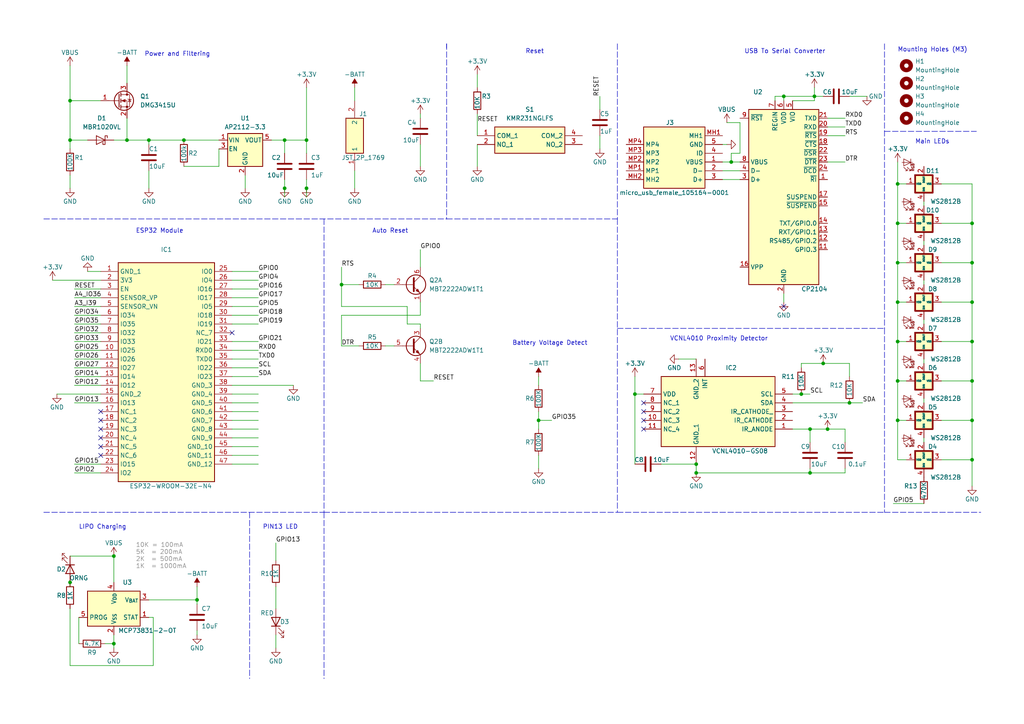
<source format=kicad_sch>
(kicad_sch (version 20230121) (generator eeschema)
  (paper "A4")
  (lib_symbols
    (symbol "1769:1769"
      (property "Reference" "J" (at 16.51 7.62 0))
      (property "Value" "1769" (at 16.51 5.08 0))
      (symbol "1769_1_1"
        (pin passive line (at 0 0 0) (length 5.08) (name "1") (number "1"))
        (pin passive line (at 20.32 0 180) (length 5.08) (name "2") (number "2"))
      )
    )
    (symbol "Battery_Management:MCP73831-2-OT"
      (property "Reference" "U" (at -7.62 6.35 0))
      (property "Value" "MCP73831-2-OT" (at 1.27 6.35 0))
      (symbol "MCP73831-2-OT_1_1"
        (pin output line (at 10.16 -2.54 180) (length 2.54) (name "STAT") (number "1"))
        (pin power_in line (at 0 -7.62 90) (length 2.54) (name "V_{SS}") (number "2"))
        (pin power_out line (at 10.16 2.54 180) (length 2.54) (name "V_{BAT}") (number "3"))
        (pin power_in line (at 0 7.62 270) (length 2.54) (name "V_{DD}") (number "4"))
        (pin input line (at -10.16 -2.54 0) (length 2.54) (name "PROG") (number "5"))
      )
    )
    (symbol "Device:C" (pin_numbers hide) (pin_names (offset 0.254))
      (property "Reference" "C" (at 0.635 2.54 0))
      (property "Value" "C" (at 0.635 -2.54 0))
      (symbol "C_1_1"
        (pin passive line (at 0 3.81 270) (length 2.794) (name "~") (number "1"))
        (pin passive line (at 0 -3.81 90) (length 2.794) (name "~") (number "2"))
      )
    )
    (symbol "Device:LED" (pin_numbers hide) (pin_names (offset 1.016) hide)
      (property "Reference" "D" (at 0 2.54 0))
      (property "Value" "LED" (at 0 -2.54 0))
      (symbol "LED_1_1"
        (pin passive line (at -3.81 0 0) (length 2.54) (name "K") (number "1"))
        (pin passive line (at 3.81 0 180) (length 2.54) (name "A") (number "2"))
      )
    )
    (symbol "Device:R" (pin_numbers hide) (pin_names (offset 0))
      (property "Reference" "R" (at 2.032 0 90))
      (property "Value" "R" (at 0 0 90))
      (symbol "R_1_1"
        (pin passive line (at 0 3.81 270) (length 1.27) (name "~") (number "1"))
        (pin passive line (at 0 -3.81 90) (length 1.27) (name "~") (number "2"))
      )
    )
    (symbol "Diode:MBR1020VL" (pin_numbers hide) (pin_names hide)
      (property "Reference" "D" (at 0 2.54 0))
      (property "Value" "MBR1020VL" (at 0 -2.54 0))
      (symbol "MBR1020VL_1_1"
        (pin passive line (at -3.81 0 0) (length 2.54) (name "K") (number "1"))
        (pin passive line (at 3.81 0 180) (length 2.54) (name "A") (number "2"))
      )
    )
    (symbol "ESP32-WROOM-32E-N4:ESP32-WROOM-32E-N4"
      (property "Reference" "IC" (at 34.29 7.62 0))
      (property "Value" "ESP32-WROOM-32E-N4" (at 34.29 5.08 0))
      (symbol "ESP32-WROOM-32E-N4_1_1"
        (pin passive line (at 0 0 0) (length 5.08) (name "GND_1") (number "1"))
        (pin passive line (at 0 -22.86 0) (length 5.08) (name "IO25") (number "10"))
        (pin passive line (at 0 -25.4 0) (length 5.08) (name "IO26") (number "11"))
        (pin passive line (at 0 -27.94 0) (length 5.08) (name "IO27") (number "12"))
        (pin passive line (at 0 -30.48 0) (length 5.08) (name "IO14") (number "13"))
        (pin passive line (at 0 -33.02 0) (length 5.08) (name "IO12") (number "14"))
        (pin passive line (at 0 -35.56 0) (length 5.08) (name "GND_2") (number "15"))
        (pin passive line (at 0 -38.1 0) (length 5.08) (name "IO13") (number "16"))
        (pin passive line (at 0 -40.64 0) (length 5.08) (name "NC_1") (number "17"))
        (pin passive line (at 0 -43.18 0) (length 5.08) (name "NC_2") (number "18"))
        (pin passive line (at 0 -45.72 0) (length 5.08) (name "NC_3") (number "19"))
        (pin passive line (at 0 -2.54 0) (length 5.08) (name "3V3") (number "2"))
        (pin passive line (at 0 -48.26 0) (length 5.08) (name "NC_4") (number "20"))
        (pin passive line (at 0 -50.8 0) (length 5.08) (name "NC_5") (number "21"))
        (pin passive line (at 0 -53.34 0) (length 5.08) (name "NC_6") (number "22"))
        (pin passive line (at 0 -55.88 0) (length 5.08) (name "IO15") (number "23"))
        (pin passive line (at 0 -58.42 0) (length 5.08) (name "IO2") (number "24"))
        (pin passive line (at 38.1 0 180) (length 5.08) (name "IO0") (number "25"))
        (pin passive line (at 38.1 -2.54 180) (length 5.08) (name "IO4") (number "26"))
        (pin passive line (at 38.1 -5.08 180) (length 5.08) (name "IO16") (number "27"))
        (pin passive line (at 38.1 -7.62 180) (length 5.08) (name "IO17") (number "28"))
        (pin passive line (at 38.1 -10.16 180) (length 5.08) (name "IO5") (number "29"))
        (pin passive line (at 0 -5.08 0) (length 5.08) (name "EN") (number "3"))
        (pin passive line (at 38.1 -12.7 180) (length 5.08) (name "IO18") (number "30"))
        (pin passive line (at 38.1 -15.24 180) (length 5.08) (name "IO19") (number "31"))
        (pin passive line (at 38.1 -17.78 180) (length 5.08) (name "NC_7") (number "32"))
        (pin passive line (at 38.1 -20.32 180) (length 5.08) (name "IO21") (number "33"))
        (pin passive line (at 38.1 -22.86 180) (length 5.08) (name "RXD0") (number "34"))
        (pin passive line (at 38.1 -25.4 180) (length 5.08) (name "TXD0") (number "35"))
        (pin passive line (at 38.1 -27.94 180) (length 5.08) (name "IO22") (number "36"))
        (pin passive line (at 38.1 -30.48 180) (length 5.08) (name "IO23") (number "37"))
        (pin passive line (at 38.1 -33.02 180) (length 5.08) (name "GND_3") (number "38"))
        (pin passive line (at 38.1 -35.56 180) (length 5.08) (name "GND_4") (number "39"))
        (pin passive line (at 0 -7.62 0) (length 5.08) (name "SENSOR_VP") (number "4"))
        (pin passive line (at 38.1 -38.1 180) (length 5.08) (name "GND_5") (number "40"))
        (pin passive line (at 38.1 -40.64 180) (length 5.08) (name "GND_6") (number "41"))
        (pin passive line (at 38.1 -43.18 180) (length 5.08) (name "GND_7") (number "42"))
        (pin passive line (at 38.1 -45.72 180) (length 5.08) (name "GND_8") (number "43"))
        (pin passive line (at 38.1 -48.26 180) (length 5.08) (name "GND_9") (number "44"))
        (pin passive line (at 38.1 -50.8 180) (length 5.08) (name "GND_10") (number "45"))
        (pin passive line (at 38.1 -53.34 180) (length 5.08) (name "GND_11") (number "46"))
        (pin passive line (at 38.1 -55.88 180) (length 5.08) (name "GND_12") (number "47"))
        (pin passive line (at 0 -10.16 0) (length 5.08) (name "SENSOR_VN") (number "5"))
        (pin passive line (at 0 -12.7 0) (length 5.08) (name "IO34") (number "6"))
        (pin passive line (at 0 -15.24 0) (length 5.08) (name "IO35") (number "7"))
        (pin passive line (at 0 -17.78 0) (length 5.08) (name "IO32") (number "8"))
        (pin passive line (at 0 -20.32 0) (length 5.08) (name "IO33") (number "9"))
      )
    )
    (symbol "Interface_USB:CP2104"
      (property "Reference" "U" (at -5.08 28.575 0))
      (property "Value" "CP2104" (at -5.08 26.67 0))
      (symbol "CP2104_1_1"
        (pin input line (at 12.7 5.08 180) (length 2.54) (name "~{RI}") (number "1"))
        (pin no_connect line (at 10.16 -20.32 180) (length 2.54) hide (name "NC") (number "10"))
        (pin bidirectional line (at 12.7 -15.24 180) (length 2.54) (name "GPIO.3") (number "11"))
        (pin bidirectional line (at 12.7 -12.7 180) (length 2.54) (name "RS485/GPIO.2") (number "12"))
        (pin bidirectional line (at 12.7 -10.16 180) (length 2.54) (name "RXT/GPIO.1") (number "13"))
        (pin bidirectional line (at 12.7 -7.62 180) (length 2.54) (name "TXT/GPIO.0") (number "14"))
        (pin output line (at 12.7 -2.54 180) (length 2.54) (name "~{SUSPEND}") (number "15"))
        (pin passive line (at -12.7 -20.32 0) (length 2.54) (name "VPP") (number "16"))
        (pin output line (at 12.7 0 180) (length 2.54) (name "SUSPEND") (number "17"))
        (pin input line (at 12.7 15.24 180) (length 2.54) (name "~{CTS}") (number "18"))
        (pin output line (at 12.7 17.78 180) (length 2.54) (name "~{RTS}") (number "19"))
        (pin power_in line (at 0 -27.94 90) (length 2.54) (name "GND") (number "2"))
        (pin input line (at 12.7 20.32 180) (length 2.54) (name "RXD") (number "20"))
        (pin output line (at 12.7 22.86 180) (length 2.54) (name "TXD") (number "21"))
        (pin input line (at 12.7 12.7 180) (length 2.54) (name "~{DSR}") (number "22"))
        (pin output line (at 12.7 10.16 180) (length 2.54) (name "~{DTR}") (number "23"))
        (pin input line (at 12.7 7.62 180) (length 2.54) (name "~{DCD}") (number "24"))
        (pin passive line (at 0 -27.94 90) (length 2.54) hide (name "GND") (number "25"))
        (pin bidirectional line (at -12.7 5.08 0) (length 2.54) (name "D+") (number "3"))
        (pin bidirectional line (at -12.7 7.62 0) (length 2.54) (name "D-") (number "4"))
        (pin power_in line (at 2.54 27.94 270) (length 2.54) (name "VIO") (number "5"))
        (pin power_in line (at 0 27.94 270) (length 2.54) (name "VDD") (number "6"))
        (pin power_in line (at -2.54 27.94 270) (length 2.54) (name "REGIN") (number "7"))
        (pin input line (at -12.7 10.16 0) (length 2.54) (name "VBUS") (number "8"))
        (pin bidirectional line (at -12.7 22.86 0) (length 2.54) (name "~{RST}") (number "9"))
      )
    )
    (symbol "KMR231NGLFS:KMR231NGLFS"
      (property "Reference" "S" (at 26.67 7.62 0))
      (property "Value" "KMR231NGLFS" (at 26.67 5.08 0))
      (symbol "KMR231NGLFS_1_1"
        (pin passive line (at 0 0 0) (length 5.08) (name "COM_1") (number "1"))
        (pin passive line (at 0 -2.54 0) (length 5.08) (name "NO_1") (number "2"))
        (pin passive line (at 30.48 -2.54 180) (length 5.08) (name "NO_2") (number "3"))
        (pin passive line (at 30.48 0 180) (length 5.08) (name "COM_2") (number "4"))
      )
    )
    (symbol "Mechanical:MountingHole" (pin_names (offset 1.016))
      (property "Reference" "H" (at 0 5.08 0))
      (property "Value" "MountingHole" (at 0 3.175 0))
    )
    (symbol "Regulator_Linear:AP2127K-3.3" (pin_names (offset 0.254))
      (property "Reference" "U" (at -5.08 5.715 0))
      (property "Value" "AP2127K-3.3" (at 0 5.715 0))
      (symbol "AP2127K-3.3_1_1"
        (pin power_in line (at -7.62 2.54 0) (length 2.54) (name "VIN") (number "1"))
        (pin power_in line (at 0 -7.62 90) (length 2.54) (name "GND") (number "2"))
        (pin input line (at -7.62 0 0) (length 2.54) (name "EN") (number "3"))
        (pin no_connect line (at 5.08 0 180) (length 2.54) hide (name "NC") (number "4"))
        (pin power_out line (at 7.62 2.54 180) (length 2.54) (name "VOUT") (number "5"))
      )
    )
    (symbol "Transistor_BJT:MBT2222ADW1T1" (pin_names (offset 0) hide)
      (property "Reference" "Q" (at 5.08 1.27 0))
      (property "Value" "MBT2222ADW1T1" (at 5.08 -1.27 0))
      (symbol "MBT2222ADW1T1_1_1"
        (pin passive line (at 2.54 -5.08 90) (length 2.54) (name "E1") (number "1"))
        (pin input line (at -5.08 0 0) (length 2.54) (name "B1") (number "2"))
        (pin passive line (at 2.54 5.08 270) (length 2.54) (name "C1") (number "6"))
      )
      (symbol "MBT2222ADW1T1_2_1"
        (pin passive line (at 2.54 5.08 270) (length 2.54) (name "C2") (number "3"))
        (pin passive line (at 2.54 -5.08 90) (length 2.54) (name "E2") (number "4"))
        (pin input line (at -5.08 0 0) (length 2.54) (name "B2") (number "5"))
      )
    )
    (symbol "Transistor_FET:DMG3414U" (pin_names hide)
      (property "Reference" "Q" (at 5.08 1.905 0))
      (property "Value" "DMG3414U" (at 5.08 0 0))
      (symbol "DMG3414U_1_1"
        (pin input line (at -5.08 0 0) (length 2.54) (name "G") (number "1"))
        (pin passive line (at 2.54 -5.08 90) (length 2.54) (name "S") (number "2"))
        (pin passive line (at 2.54 5.08 270) (length 2.54) (name "D") (number "3"))
      )
    )
    (symbol "USB_B_105164-0001:105164-0001"
      (property "Reference" "J3" (at 12.7 3.81 0))
      (property "Value" "105164-0001" (at 11.43 -16.51 0))
      (symbol "105164-0001_1_1"
        (pin passive line (at 27.94 -7.62 180) (length 5.08) (name "VBUS") (number "1"))
        (pin passive line (at 27.94 -10.16 180) (length 5.08) (name "D-") (number "2"))
        (pin passive line (at 27.94 -12.7 180) (length 5.08) (name "D+") (number "3"))
        (pin passive line (at 27.94 -5.08 180) (length 5.08) (name "ID") (number "4"))
        (pin passive line (at 27.94 -2.54 180) (length 5.08) (name "GND") (number "5"))
        (pin passive line (at 27.94 0 180) (length 5.08) (name "MH1") (number "MH1"))
        (pin passive line (at 0 -12.7 0) (length 5.08) (name "MH2") (number "MH2"))
        (pin passive line (at 0 -10.16 0) (length 5.08) (name "MP1") (number "MP1"))
        (pin passive line (at 0 -7.62 0) (length 5.08) (name "MP2") (number "MP2"))
        (pin passive line (at 0 -5.08 0) (length 5.08) (name "MP3") (number "MP3"))
        (pin passive line (at 0 -2.54 0) (length 5.08) (name "MP4") (number "MP4"))
      )
    )
    (symbol "VCNL4010-GS08:VCNL4010-GS08"
      (property "Reference" "IC" (at 26.67 15.24 0))
      (property "Value" "VCNL4010-GS08" (at 26.67 12.7 0))
      (symbol "VCNL4010-GS08_1_1"
        (pin passive line (at 10.16 -27.94 90) (length 5.08) (name "IR_ANODE") (number "1"))
        (pin passive line (at 12.7 15.24 270) (length 5.08) (name "NC_3") (number "10"))
        (pin passive line (at 10.16 15.24 270) (length 5.08) (name "NC_4") (number "11"))
        (pin passive line (at 0 0 0) (length 5.08) (name "GND_1") (number "12"))
        (pin passive line (at 30.48 0 180) (length 5.08) (name "GND_2") (number "13"))
        (pin passive line (at 12.7 -27.94 90) (length 5.08) (name "IR_CATHODE") (number "2"))
        (pin passive line (at 15.24 -27.94 90) (length 5.08) (name "IR_CATHODE_") (number "3"))
        (pin passive line (at 17.78 -27.94 90) (length 5.08) (name "SDA") (number "4"))
        (pin passive line (at 20.32 -27.94 90) (length 5.08) (name "SCL") (number "5"))
        (pin passive line (at 30.48 -2.54 180) (length 5.08) (name "INT") (number "6"))
        (pin passive line (at 20.32 15.24 270) (length 5.08) (name "VDD") (number "7"))
        (pin passive line (at 17.78 15.24 270) (length 5.08) (name "NC_1") (number "8"))
        (pin passive line (at 15.24 15.24 270) (length 5.08) (name "NC_2") (number "9"))
      )
    )
    (symbol "WS2812B_1" (pin_names (offset 0.254))
      (property "Reference" "D4" (at -3.81 3.81 0))
      (property "Value" "WS2812B" (at 5.08 -3.81 0))
      (symbol "WS2812B_1_0_0"
        (text "RGB" (at 4.826 3.175 0) (effects (font (size 0.762 0.762))))
      )
      (symbol "WS2812B_1_1_1"
        (pin power_in line (at 0 5.08 270) (length 2.54) (name "VDD") (number "1"))
        (pin output line (at 5.08 0 180) (length 2.54) (name "DOUT") (number "2"))
        (pin power_in line (at 0 -5.08 90) (length 2.54) (name "VSS") (number "3"))
        (pin input line (at -5.08 0 0) (length 2.54) (name "DIN") (number "4"))
      )
    )
    (symbol "power:+3.3V" (power) (pin_names (offset 0))
      (property "Value" "+3.3V" (at 0 3.556 0))
      (symbol "+3.3V_1_1"
        (pin power_in line (at 0 0 90) (length 0) hide (name "+3.3V") (number "1"))
      )
    )
    (symbol "power:-BATT" (power) (pin_names (offset 0))
      (property "Value" "-BATT" (at 0 3.556 0))
      (symbol "-BATT_1_1"
        (pin power_in line (at 0 0 90) (length 0) hide (name "-BATT") (number "1"))
      )
    )
    (symbol "power:GND" (power) (pin_names (offset 0))
      (property "Value" "GND" (at 0 -3.81 0))
      (symbol "GND_1_1"
        (pin power_in line (at 0 0 270) (length 0) hide (name "GND") (number "1"))
      )
    )
    (symbol "power:VBUS" (power) (pin_names (offset 0))
      (property "Value" "VBUS" (at 0 3.81 0))
      (symbol "VBUS_1_1"
        (pin power_in line (at 0 0 90) (length 0) hide (name "VBUS") (number "1"))
      )
    )
  )
  (junction (at 57.15 173.99))
  (junction (at 260.35 110.49))
  (junction (at 281.94 99.06))
  (junction (at 281.94 76.2))
  (junction (at 260.35 121.92))
  (junction (at 36.83 40.64))
  (junction (at 20.32 29.21))
  (junction (at 260.35 87.63))
  (junction (at 234.95 137.16))
  (junction (at 234.95 124.46))
  (junction (at 260.35 76.2))
  (junction (at 281.94 133.35))
  (junction (at 82.55 54.61))
  (junction (at 260.35 53.34))
  (junction (at 281.94 87.63))
  (junction (at 201.93 137.16))
  (junction (at 33.02 161.29))
  (junction (at 20.32 40.64))
  (junction (at 281.94 121.92))
  (junction (at 227.33 27.94))
  (junction (at 260.35 99.06))
  (junction (at 156.21 121.92))
  (junction (at 232.41 114.3))
  (junction (at 240.03 124.46))
  (junction (at 184.15 114.3))
  (junction (at 53.34 40.64))
  (junction (at 281.94 64.77))
  (junction (at 88.9 40.64))
  (junction (at 82.55 40.64))
  (junction (at 43.18 40.64))
  (junction (at 201.93 134.62))
  (junction (at 88.9 54.61))
  (junction (at 236.22 27.94))
  (junction (at 281.94 110.49))
  (junction (at 238.76 105.41))
  (junction (at 212.09 46.99))
  (junction (at 33.02 186.69))
  (junction (at 20.32 168.91))
  (junction (at 260.35 64.77))
  (junction (at 99.06 82.55))
  (junction (at 246.38 116.84))
  (no_connect (at 186.69 116.84))
  (no_connect (at 227.33 88.9))
  (no_connect (at 186.69 119.38))
  (no_connect (at 29.21 119.38))
  (no_connect (at 29.21 124.46))
  (no_connect (at 186.69 121.92))
  (no_connect (at 186.69 124.46))
  (no_connect (at 29.21 132.08))
  (no_connect (at 29.21 127))
  (no_connect (at 67.31 96.52))
  (no_connect (at 29.21 129.54))
  (no_connect (at 29.21 121.92))
  (wire (pts (xy 186.69 114.3) (xy 184.15 114.3)))
  (wire (pts (xy 99.06 91.44) (xy 99.06 100.33)))
  (wire (pts (xy 20.32 29.21) (xy 20.32 40.64)))
  (wire (pts (xy 229.87 116.84) (xy 246.38 116.84)))
  (wire (pts (xy 234.95 137.16) (xy 201.93 137.16)))
  (wire (pts (xy 121.92 93.98) (xy 121.92 95.25)))
  (wire (pts (xy 201.93 134.62) (xy 201.93 137.16)))
  (wire (pts (xy 281.94 133.35) (xy 281.94 140.97)))
  (wire (pts (xy 234.95 124.46) (xy 240.03 124.46)))
  (wire (pts (xy 111.76 82.55) (xy 114.3 82.55)))
  (wire (pts (xy 156.21 132.08) (xy 156.21 135.89)))
  (wire (pts (xy 80.01 157.48) (xy 80.01 162.56)))
  (wire (pts (xy 240.03 124.46) (xy 245.11 124.46)))
  (polyline (pts (xy 179.07 63.5) (xy 179.07 148.59)) (stroke (width 0) (type dash)))
  (wire (pts (xy 33.02 186.69) (xy 33.02 187.96)))
  (wire (pts (xy 67.31 106.68) (xy 74.93 106.68)))
  (wire (pts (xy 67.31 132.08) (xy 74.93 132.08)))
  (wire (pts (xy 121.92 105.41) (xy 121.92 110.49)))
  (wire (pts (xy 67.31 99.06) (xy 74.93 99.06)))
  (wire (pts (xy 281.94 121.92) (xy 281.94 133.35)))
  (wire (pts (xy 156.21 121.92) (xy 160.02 121.92)))
  (wire (pts (xy 82.55 54.61) (xy 82.55 52.07)))
  (polyline (pts (xy 129.54 63.5) (xy 179.07 63.5)) (stroke (width 0) (type dash)))
  (wire (pts (xy 21.59 86.36) (xy 29.21 86.36)))
  (wire (pts (xy 260.35 87.63) (xy 260.35 99.06)))
  (wire (pts (xy 82.55 40.64) (xy 88.9 40.64)))
  (wire (pts (xy 245.11 135.89) (xy 245.11 137.16)))
  (wire (pts (xy 21.59 116.84) (xy 29.21 116.84)))
  (wire (pts (xy 21.59 101.6) (xy 29.21 101.6)))
  (wire (pts (xy 21.59 91.44) (xy 29.21 91.44)))
  (wire (pts (xy 118.11 93.98) (xy 121.92 93.98)))
  (wire (pts (xy 227.33 29.21) (xy 227.33 27.94)))
  (polyline (pts (xy 72.39 148.59) (xy 72.39 196.85)) (stroke (width 0) (type dash)))
  (wire (pts (xy 246.38 27.94) (xy 251.46 27.94)))
  (wire (pts (xy 240.03 34.29) (xy 245.11 34.29)))
  (wire (pts (xy 273.05 121.92) (xy 281.94 121.92)))
  (wire (pts (xy 67.31 111.76) (xy 85.09 111.76)))
  (wire (pts (xy 67.31 124.46) (xy 74.93 124.46)))
  (wire (pts (xy 80.01 184.15) (xy 80.01 187.96)))
  (wire (pts (xy 267.97 81.28) (xy 267.97 82.55)))
  (wire (pts (xy 212.09 44.45) (xy 212.09 46.99)))
  (polyline (pts (xy 129.54 12.7) (xy 129.54 63.5)) (stroke (width 0) (type dash)))
  (wire (pts (xy 67.31 93.98) (xy 74.93 93.98)))
  (wire (pts (xy 57.15 182.88) (xy 57.15 184.15)))
  (wire (pts (xy 20.32 29.21) (xy 20.32 19.05)))
  (polyline (pts (xy 129.54 12.7) (xy 129.54 13.97)))
  (wire (pts (xy 260.35 87.63) (xy 262.89 87.63)))
  (wire (pts (xy 267.97 115.57) (xy 267.97 116.84)))
  (wire (pts (xy 111.76 100.33) (xy 114.3 100.33)))
  (wire (pts (xy 236.22 29.21) (xy 236.22 27.94)))
  (wire (pts (xy 138.43 21.59) (xy 138.43 25.4)))
  (wire (pts (xy 99.06 82.55) (xy 104.14 82.55)))
  (wire (pts (xy 67.31 134.62) (xy 74.93 134.62)))
  (wire (pts (xy 224.79 29.21) (xy 224.79 27.94)))
  (polyline (pts (xy 179.07 95.25) (xy 256.54 95.25)) (stroke (width 0) (type dash)))
  (wire (pts (xy 43.18 179.07) (xy 44.45 179.07)))
  (wire (pts (xy 63.5 40.64) (xy 53.34 40.64)))
  (wire (pts (xy 260.35 76.2) (xy 262.89 76.2)))
  (wire (pts (xy 21.59 137.16) (xy 29.21 137.16)))
  (wire (pts (xy 212.09 46.99) (xy 214.63 46.99)))
  (wire (pts (xy 210.82 35.56) (xy 214.63 35.56)))
  (wire (pts (xy 99.06 88.9) (xy 118.11 88.9)))
  (wire (pts (xy 224.79 27.94) (xy 227.33 27.94)))
  (wire (pts (xy 67.31 121.92) (xy 74.93 121.92)))
  (wire (pts (xy 260.35 64.77) (xy 262.89 64.77)))
  (wire (pts (xy 260.35 46.99) (xy 260.35 53.34)))
  (wire (pts (xy 63.5 48.26) (xy 53.34 48.26)))
  (wire (pts (xy 184.15 109.22) (xy 184.15 114.3)))
  (wire (pts (xy 88.9 25.4) (xy 88.9 40.64)))
  (wire (pts (xy 267.97 58.42) (xy 267.97 59.69)))
  (wire (pts (xy 20.32 50.8) (xy 20.32 54.61)))
  (polyline (pts (xy 256.54 38.1) (xy 283.21 38.1)) (stroke (width 0) (type dash)))
  (wire (pts (xy 67.31 83.82) (xy 74.93 83.82)))
  (wire (pts (xy 267.97 69.85) (xy 267.97 71.12)))
  (wire (pts (xy 29.21 78.74) (xy 25.4 78.74)))
  (wire (pts (xy 67.31 101.6) (xy 74.93 101.6)))
  (wire (pts (xy 273.05 87.63) (xy 281.94 87.63)))
  (wire (pts (xy 20.32 168.91) (xy 20.32 170.18)))
  (wire (pts (xy 240.03 39.37) (xy 245.11 39.37)))
  (wire (pts (xy 44.45 193.04) (xy 20.32 193.04)))
  (wire (pts (xy 260.35 110.49) (xy 262.89 110.49)))
  (wire (pts (xy 281.94 76.2) (xy 281.94 87.63)))
  (wire (pts (xy 67.31 116.84) (xy 74.93 116.84)))
  (wire (pts (xy 273.05 76.2) (xy 281.94 76.2)))
  (wire (pts (xy 21.59 134.62) (xy 29.21 134.62)))
  (wire (pts (xy 121.92 110.49) (xy 125.73 110.49)))
  (wire (pts (xy 281.94 64.77) (xy 281.94 76.2)))
  (wire (pts (xy 88.9 52.07) (xy 88.9 54.61)))
  (wire (pts (xy 184.15 114.3) (xy 184.15 134.62)))
  (wire (pts (xy 43.18 40.64) (xy 36.83 40.64)))
  (wire (pts (xy 67.31 114.3) (xy 74.93 114.3)))
  (wire (pts (xy 232.41 114.3) (xy 234.95 114.3)))
  (wire (pts (xy 234.95 135.89) (xy 234.95 137.16)))
  (wire (pts (xy 267.97 127) (xy 267.97 128.27)))
  (wire (pts (xy 232.41 105.41) (xy 238.76 105.41)))
  (wire (pts (xy 118.11 88.9) (xy 118.11 93.98)))
  (wire (pts (xy 20.32 161.29) (xy 33.02 161.29)))
  (wire (pts (xy 80.01 170.18) (xy 80.01 176.53)))
  (polyline (pts (xy 12.7 148.59) (xy 93.98 148.59)) (stroke (width 0) (type dash)))
  (wire (pts (xy 67.31 86.36) (xy 74.93 86.36)))
  (wire (pts (xy 99.06 100.33) (xy 104.14 100.33)))
  (wire (pts (xy 173.99 39.37) (xy 173.99 43.18)))
  (wire (pts (xy 63.5 43.18) (xy 63.5 48.26)))
  (wire (pts (xy 121.92 72.39) (xy 121.92 77.47)))
  (wire (pts (xy 240.03 36.83) (xy 245.11 36.83)))
  (wire (pts (xy 21.59 96.52) (xy 29.21 96.52)))
  (polyline (pts (xy 256.54 95.25) (xy 256.54 148.59)) (stroke (width 0) (type dash)))
  (wire (pts (xy 21.59 83.82) (xy 29.21 83.82)))
  (wire (pts (xy 57.15 173.99) (xy 57.15 175.26)))
  (wire (pts (xy 21.59 104.14) (xy 29.21 104.14)))
  (wire (pts (xy 267.97 104.14) (xy 267.97 105.41)))
  (wire (pts (xy 21.59 111.76) (xy 29.21 111.76)))
  (wire (pts (xy 16.51 114.3) (xy 29.21 114.3)))
  (wire (pts (xy 273.05 99.06) (xy 281.94 99.06)))
  (polyline (pts (xy 179.07 148.59) (xy 256.54 148.59)) (stroke (width 0) (type dash)))
  (wire (pts (xy 78.74 40.64) (xy 82.55 40.64)))
  (wire (pts (xy 138.43 33.02) (xy 138.43 39.37)))
  (polyline (pts (xy 93.98 148.59) (xy 93.98 196.85)) (stroke (width 0) (type dash)))
  (wire (pts (xy 245.11 124.46) (xy 245.11 128.27)))
  (wire (pts (xy 67.31 119.38) (xy 74.93 119.38)))
  (wire (pts (xy 209.55 49.53) (xy 214.63 49.53)))
  (wire (pts (xy 156.21 121.92) (xy 156.21 124.46)))
  (wire (pts (xy 29.21 29.21) (xy 20.32 29.21)))
  (wire (pts (xy 281.94 87.63) (xy 281.94 99.06)))
  (wire (pts (xy 260.35 133.35) (xy 262.89 133.35)))
  (wire (pts (xy 273.05 110.49) (xy 281.94 110.49)))
  (wire (pts (xy 138.43 41.91) (xy 138.43 48.26)))
  (wire (pts (xy 260.35 121.92) (xy 260.35 133.35)))
  (wire (pts (xy 260.35 121.92) (xy 262.89 121.92)))
  (wire (pts (xy 21.59 106.68) (xy 29.21 106.68)))
  (wire (pts (xy 88.9 40.64) (xy 88.9 44.45)))
  (wire (pts (xy 36.83 34.29) (xy 36.83 40.64)))
  (wire (pts (xy 238.76 105.41) (xy 246.38 105.41)))
  (polyline (pts (xy 93.98 63.5) (xy 93.98 148.59)) (stroke (width 0) (type dash)))
  (wire (pts (xy 281.94 53.34) (xy 281.94 64.77)))
  (wire (pts (xy 281.94 110.49) (xy 281.94 121.92)))
  (wire (pts (xy 209.55 52.07) (xy 214.63 52.07)))
  (wire (pts (xy 245.11 137.16) (xy 234.95 137.16)))
  (wire (pts (xy 273.05 64.77) (xy 281.94 64.77)))
  (polyline (pts (xy 179.07 12.7) (xy 179.07 63.5)) (stroke (width 0) (type dash)))
  (wire (pts (xy 273.05 133.35) (xy 281.94 133.35)))
  (wire (pts (xy 273.05 53.34) (xy 281.94 53.34)))
  (wire (pts (xy 196.85 104.14) (xy 201.93 104.14)))
  (wire (pts (xy 121.92 87.63) (xy 121.92 91.44)))
  (wire (pts (xy 260.35 64.77) (xy 260.35 76.2)))
  (wire (pts (xy 121.92 33.02) (xy 121.92 34.29)))
  (wire (pts (xy 82.55 40.64) (xy 82.55 44.45)))
  (wire (pts (xy 236.22 27.94) (xy 236.22 25.4)))
  (wire (pts (xy 210.82 41.91) (xy 209.55 41.91)))
  (wire (pts (xy 267.97 92.71) (xy 267.97 93.98)))
  (wire (pts (xy 22.86 179.07) (xy 22.86 186.69)))
  (wire (pts (xy 246.38 116.84) (xy 250.19 116.84)))
  (wire (pts (xy 36.83 40.64) (xy 33.02 40.64)))
  (wire (pts (xy 44.45 179.07) (xy 44.45 193.04)))
  (wire (pts (xy 20.32 193.04) (xy 20.32 176.53)))
  (wire (pts (xy 232.41 105.41) (xy 232.41 106.68)))
  (wire (pts (xy 21.59 88.9) (xy 29.21 88.9)))
  (wire (pts (xy 229.87 29.21) (xy 236.22 29.21)))
  (wire (pts (xy 260.35 53.34) (xy 262.89 53.34)))
  (wire (pts (xy 173.99 27.94) (xy 173.99 31.75)))
  (wire (pts (xy 43.18 173.99) (xy 57.15 173.99)))
  (wire (pts (xy 227.33 27.94) (xy 236.22 27.94)))
  (polyline (pts (xy 12.7 63.5) (xy 129.54 63.5)) (stroke (width 0) (type dash)))
  (wire (pts (xy 102.87 25.4) (xy 102.87 29.21)))
  (polyline (pts (xy 256.54 148.59) (xy 284.48 148.59)) (stroke (width 0) (type dash)))
  (wire (pts (xy 21.59 99.06) (xy 29.21 99.06)))
  (wire (pts (xy 43.18 54.61) (xy 43.18 49.53)))
  (wire (pts (xy 88.9 57.15) (xy 88.9 54.61)))
  (wire (pts (xy 36.83 19.05) (xy 36.83 24.13)))
  (wire (pts (xy 33.02 161.29) (xy 33.02 168.91)))
  (wire (pts (xy 30.48 186.69) (xy 33.02 186.69)))
  (wire (pts (xy 259.08 146.05) (xy 267.97 146.05)))
  (wire (pts (xy 121.92 41.91) (xy 121.92 48.26)))
  (wire (pts (xy 121.92 91.44) (xy 99.06 91.44)))
  (wire (pts (xy 209.55 46.99) (xy 212.09 46.99)))
  (wire (pts (xy 20.32 43.18) (xy 20.32 40.64)))
  (wire (pts (xy 43.18 40.64) (xy 43.18 41.91)))
  (wire (pts (xy 15.24 81.28) (xy 29.21 81.28)))
  (wire (pts (xy 260.35 99.06) (xy 262.89 99.06)))
  (wire (pts (xy 260.35 53.34) (xy 260.35 64.77)))
  (polyline (pts (xy 256.54 12.7) (xy 256.54 95.25)) (stroke (width 0) (type dash)))
  (wire (pts (xy 234.95 124.46) (xy 234.95 128.27)))
  (wire (pts (xy 67.31 127) (xy 74.93 127)))
  (wire (pts (xy 214.63 44.45) (xy 212.09 44.45)))
  (wire (pts (xy 246.38 109.22) (xy 246.38 105.41)))
  (wire (pts (xy 67.31 129.54) (xy 74.93 129.54)))
  (wire (pts (xy 21.59 109.22) (xy 29.21 109.22)))
  (wire (pts (xy 227.33 85.09) (xy 227.33 87.63)))
  (wire (pts (xy 260.35 76.2) (xy 260.35 87.63)))
  (wire (pts (xy 260.35 99.06) (xy 260.35 110.49)))
  (wire (pts (xy 281.94 99.06) (xy 281.94 110.49)))
  (wire (pts (xy 214.63 35.56) (xy 214.63 44.45)))
  (wire (pts (xy 33.02 184.15) (xy 33.02 186.69)))
  (wire (pts (xy 67.31 78.74) (xy 74.93 78.74)))
  (wire (pts (xy 57.15 170.18) (xy 57.15 173.99)))
  (wire (pts (xy 156.21 119.38) (xy 156.21 121.92)))
  (polyline (pts (xy 93.98 148.59) (xy 179.07 148.59)) (stroke (width 0) (type dash)))
  (wire (pts (xy 67.31 88.9) (xy 74.93 88.9)))
  (wire (pts (xy 67.31 104.14) (xy 74.93 104.14)))
  (wire (pts (xy 67.31 109.22) (xy 74.93 109.22)))
  (wire (pts (xy 99.06 82.55) (xy 99.06 88.9)))
  (wire (pts (xy 191.77 134.62) (xy 201.93 134.62)))
  (wire (pts (xy 236.22 27.94) (xy 238.76 27.94)))
  (wire (pts (xy 20.32 40.64) (xy 25.4 40.64)))
  (wire (pts (xy 229.87 124.46) (xy 234.95 124.46)))
  (wire (pts (xy 240.03 46.99) (xy 245.11 46.99)))
  (wire (pts (xy 53.34 40.64) (xy 43.18 40.64)))
  (wire (pts (xy 67.31 91.44) (xy 74.93 91.44)))
  (wire (pts (xy 21.59 93.98) (xy 29.21 93.98)))
  (wire (pts (xy 102.87 49.53) (xy 102.87 54.61)))
  (wire (pts (xy 99.06 77.47) (xy 99.06 82.55)))
  (wire (pts (xy 260.35 110.49) (xy 260.35 121.92)))
  (wire (pts (xy 67.31 81.28) (xy 74.93 81.28)))
  (wire (pts (xy 229.87 114.3) (xy 232.41 114.3)))
  (wire (pts (xy 156.21 109.22) (xy 156.21 111.76)))
  (wire (pts (xy 71.12 50.8) (xy 71.12 54.61)))
  (wire (pts (xy 82.55 57.15) (xy 82.55 54.61)))
  (text "Reset\n\n" (at 152.4 17.78 0) (effects (font (size 1.27 1.27)) (justify left bottom)))
  (text "VCNL4010 Proximity Detector\n" (at 194.31 99.06 0) (effects (font (size 1.27 1.27)) (justify left bottom)))
  (text "LIPO Charging\n" (at 22.86 153.67 0) (effects (font (size 1.27 1.27)) (justify left bottom)))
  (text "USB To Serial Converter\n\n" (at 215.9 17.78 0) (effects (font (size 1.27 1.27)) (justify left bottom)))
  (text "PIN13 LED\n" (at 76.2 153.67 0) (effects (font (size 1.27 1.27)) (justify left bottom)))
  (text "10K = 100mA\n5K  = 200mA\n2K  = 500mA\n1K  = 1000mA" (at 39.37 165.1 0) (effects (font (size 1.27 1.27)) (justify left bottom)))
  (text "ESP32 Module\n\n" (at 39.37 69.85 0) (effects (font (size 1.27 1.27)) (justify left bottom)))
  (text "Auto Reset\n\n" (at 107.95 69.85 0) (effects (font (size 1.27 1.27)) (justify left bottom)))
  (text "Main LEDs" (at 265.43 41.91 0) (effects (font (size 1.27 1.27)) (justify left bottom)))
  (text "Mounting Holes (M3)" (at 260.35 15.24 0) (effects (font (size 1.27 1.27)) (justify left bottom)))
  (text "Power and Filtering\n" (at 41.91 16.51 0) (effects (font (size 1.27 1.27)) (justify left bottom)))
  (text "Battery Voltage Detect\n" (at 148.59 100.33 0) (effects (font (size 1.27 1.27)) (justify left bottom)))
  (label "GPIO35" (at 160.02 121.92 0))
  (label "GPIO16" (at 74.93 83.82 0))
  (label "RESET" (at 125.73 110.49 0))
  (label "GPIO13" (at 21.59 116.84 0))
  (label "RESET" (at 173.99 27.94 90))
  (label "A3_I39" (at 21.59 88.9 0))
  (label "GPIO34" (at 21.59 91.44 0))
  (label "RTS" (at 245.11 39.37 0))
  (label "TXD0" (at 74.93 104.14 0))
  (label "GPIO14" (at 21.59 109.22 0))
  (label "GPIO5" (at 74.93 88.9 0))
  (label "TXD0" (at 245.11 36.83 0))
  (label "GPIO35" (at 21.59 93.98 0))
  (label "RXD0" (at 74.93 101.6 0))
  (label "GPIO5" (at 259.08 146.05 0))
  (label "A4_IO36" (at 21.59 86.36 0))
  (label "SCL" (at 74.93 106.68 0))
  (label "RESET" (at 21.59 83.82 0))
  (label "RESET" (at 138.43 35.56 0))
  (label "GPIO12" (at 21.59 111.76 0))
  (label "GPIO19" (at 74.93 93.98 0))
  (label "GPIO33" (at 21.59 99.06 0))
  (label "RTS" (at 99.06 77.47 0))
  (label "GPIO32" (at 21.59 96.52 0))
  (label "GPIO26" (at 21.59 104.14 0))
  (label "GPIO0" (at 121.92 72.39 0))
  (label "GPIO13" (at 80.01 157.48 0))
  (label "RXD0" (at 245.11 34.29 0))
  (label "GPIO25" (at 21.59 101.6 0))
  (label "GPIO0" (at 74.93 78.74 0))
  (label "GPIO27" (at 21.59 106.68 0))
  (label "GPIO2" (at 21.59 137.16 0))
  (label "SDA" (at 250.19 116.84 0))
  (label "SCL" (at 234.95 114.3 0))
  (label "DTR" (at 99.06 100.33 0))
  (label "SDA" (at 74.93 109.22 0))
  (label "GPIO15" (at 21.59 134.62 0))
  (label "DTR" (at 245.11 46.99 0))
  (label "GPIO21" (at 74.93 99.06 0))
  (label "GPIO18" (at 74.93 91.44 0))
  (label "GPIO17" (at 74.93 86.36 0))
  (label "GPIO4" (at 74.93 81.28 0))
  (symbol (lib_id "Diode:MBR1020VL") (at 29.21 40.64 0) (mirror y) (unit 1)
    (property "Reference" "D1" (at 29.5275 34.29 0))
    (property "Value" "MBR1020VL" (at 29.5275 36.83 0))
    (property "Footprint" "Diode_SMD:D_SOD-123F" (effects hide))
    (property "Datasheet" "https://www.onsemi.com/pub/Collateral/MBR1020VL-D.PDF" (effects hide))
  )
  (symbol (lib_id "power:GND") (at 16.51 114.3 0) (unit 1)
    (property "Reference" "#PWR019" (effects hide))
    (property "Value" "GND" (at 16.51 118.11 0))
  )
  (symbol (lib_id "Device:R") (at 107.95 82.55 90) (unit 1)
    (property "Reference" "R4" (at 107.95 80.01 90))
    (property "Value" "10K" (at 107.95 82.55 90))
    (property "Footprint" "Resistor_SMD:R_0402_1005Metric" (effects hide))
  )
  (symbol (lib_id "power:-BATT") (at 36.83 19.05 0) (unit 1)
    (property "Reference" "#PWR03" (effects hide))
    (property "Value" "-BATT" (at 36.83 15.24 0))
  )
  (symbol (lib_name "WS2812B_1") (lib_id "LED:WS2812B") (at 267.97 121.92 90) (unit 1)
    (property "Reference" "D5" (at 270.51 118.11 90))
    (property "Value" "WS2812B" (at 274.32 127 90))
    (property "Footprint" "LED_SMD:LED_WS2812B_PLCC4_5.0x5.0mm_P3.2mm" (effects hide))
    (property "Datasheet" "https://cdn-shop.adafruit.com/datasheets/WS2812B.pdf" (effects hide))
  )
  (symbol (lib_id "power:GND") (at 196.85 104.14 270) (unit 1)
    (property "Reference" "#PWR032" (effects hide))
    (property "Value" "GND" (at 195.58 106.68 90))
  )
  (symbol (lib_id "Device:R") (at 26.67 186.69 90) (unit 1)
    (property "Reference" "R9" (at 26.67 189.23 90))
    (property "Value" "4.7K" (at 26.67 186.69 90))
    (property "Footprint" "Resistor_SMD:R_0402_1005Metric" (effects hide))
  )
  (symbol (lib_id "power:GND") (at 85.09 111.76 0) (unit 1)
    (property "Reference" "#PWR018" (effects hide))
    (property "Value" "GND" (at 85.09 115.57 0))
  )
  (symbol (lib_id "power:VBUS") (at 20.32 19.05 0) (unit 1)
    (property "Reference" "#PWR02" (effects hide))
    (property "Value" "VBUS" (at 20.32 15.24 0))
  )
  (symbol (lib_id "Mechanical:MountingHole") (at 262.89 19.05 0) (unit 1)
    (property "Reference" "H1" (at 265.43 17.78 0) (effects (justify left)))
    (property "Value" "MountingHole" (at 265.43 20.32 0) (effects (justify left)))
    (property "Footprint" "MountingHole:MountingHole_3.2mm_M3" (effects hide))
  )
  (symbol (lib_id "Device:R") (at 20.32 172.72 0) (unit 1)
    (property "Reference" "R8" (at 17.78 172.72 0))
    (property "Value" "1K" (at 20.32 172.72 90))
    (property "Footprint" "Resistor_SMD:R_0402_1005Metric" (effects hide))
  )
  (symbol (lib_id "power:+3.3V") (at 88.9 25.4 0) (unit 1)
    (property "Reference" "#PWR08" (effects hide))
    (property "Value" "+3.3V" (at 88.9 21.59 0))
  )
  (symbol (lib_id "Device:R") (at 53.34 44.45 0) (unit 1)
    (property "Reference" "R2" (at 54.61 44.45 0) (effects (justify left)))
    (property "Value" "100k" (at 53.34 46.99 90) (effects (justify left)))
    (property "Footprint" "Resistor_SMD:R_0402_1005Metric" (effects hide))
  )
  (symbol (lib_id "Device:C") (at 121.92 38.1 0) (unit 1)
    (property "Reference" "C4" (at 118.11 35.56 0) (effects (justify left)))
    (property "Value" "10uF" (at 116.84 40.64 0) (effects (justify left)))
    (property "Footprint" "Capacitor_SMD:C_0603_1608Metric" (effects hide))
  )
  (symbol (lib_id "Device:C") (at 242.57 27.94 90) (unit 1)
    (property "Reference" "C6" (at 241.3 26.67 90) (effects (justify left)))
    (property "Value" "10uF" (at 248.92 26.67 90) (effects (justify left)))
    (property "Footprint" "Capacitor_SMD:C_0603_1608Metric" (effects hide))
  )
  (symbol (lib_id "Transistor_BJT:MBT2222ADW1T1") (at 119.38 82.55 0) (unit 1)
    (property "Reference" "Q2" (at 124.46 81.28 0) (effects (justify left)))
    (property "Value" "MBT2222ADW1T1" (at 124.46 83.82 0) (effects (justify left)))
    (property "Footprint" "Package_TO_SOT_SMD:SOT-363_SC-70-6" (effects hide))
    (property "Datasheet" "http://www.onsemi.com/pub_link/Collateral/MBT2222ADW1T1-D.PDF" (effects hide))
  )
  (symbol (lib_id "power:GND") (at 201.93 137.16 0) (unit 1)
    (property "Reference" "#PWR031" (effects hide))
    (property "Value" "GND" (at 201.93 140.97 0))
  )
  (symbol (lib_id "power:GND") (at 281.94 140.97 0) (unit 1)
    (property "Reference" "#PWR036" (effects hide))
    (property "Value" "GND" (at 281.94 144.78 0))
  )
  (symbol (lib_id "ESP32-WROOM-32E-N4:ESP32-WROOM-32E-N4") (at 29.21 78.74 0) (unit 1)
    (property "Reference" "IC1" (at 48.26 72.39 0))
    (property "Value" "ESP32-WROOM-32E-N4" (at 49.53 140.97 0))
    (property "Footprint" "ESP32_WROOM_32E_N4:ESP32WROOM32EN4" (effects hide))
    (property "Datasheet" "https://www.espressif.com/sites/default/files/documentation/esp32-wroom-32e_esp32-wroom-32ue_datasheet_en.pdf" (effects hide))
    (property "Height" "3.25" (effects hide))
    (property "Mouser Part Number" "356-ESP32WRM32E132PH" (effects hide))
    (property "Mouser Price/Stock" "https://www.mouser.co.uk/ProductDetail/Espressif-Systems/ESP32-WROOM-32E-N4?qs=Li%252BoUPsLEnsPzTWsi%252BRMgQ%3D%3D" (effects hide))
    (property "Manufacturer_Name" "Espressif Systems" (effects hide))
    (property "Manufacturer_Part_Number" "ESP32-WROOM-32E-N4" (effects hide))
  )
  (symbol (lib_id "power:+3.3V") (at 184.15 109.22 0) (unit 1)
    (property "Reference" "#PWR033" (effects hide))
    (property "Value" "+3.3V" (at 184.15 105.41 0))
  )
  (symbol (lib_name "WS2812B_1") (lib_id "LED:WS2812B") (at 267.97 53.34 90) (unit 1)
    (property "Reference" "D11" (at 270.51 49.53 90))
    (property "Value" "WS2812B" (at 274.32 58.42 90))
    (property "Footprint" "LED_SMD:LED_WS2812B_PLCC4_5.0x5.0mm_P3.2mm" (effects hide))
    (property "Datasheet" "https://cdn-shop.adafruit.com/datasheets/WS2812B.pdf" (effects hide))
  )
  (symbol (lib_id "Device:C") (at 234.95 132.08 180) (unit 1)
    (property "Reference" "C9" (at 234.95 129.54 0) (effects (justify left)))
    (property "Value" "10uF" (at 240.03 134.62 0) (effects (justify left)))
    (property "Footprint" "Capacitor_SMD:C_0603_1608Metric" (effects hide))
  )
  (symbol (lib_id "Device:C") (at 173.99 35.56 0) (unit 1)
    (property "Reference" "C5" (at 173.99 33.02 0) (effects (justify left)))
    (property "Value" "1uF" (at 173.99 38.1 0) (effects (justify left)))
    (property "Footprint" "Capacitor_SMD:C_0603_1608Metric" (effects hide))
  )
  (symbol (lib_id "power:VBUS") (at 210.82 35.56 0) (unit 1)
    (property "Reference" "#PWR038" (effects hide))
    (property "Value" "VBUS" (at 210.82 31.75 0))
  )
  (symbol (lib_id "Device:LED") (at 80.01 180.34 90) (unit 1)
    (property "Reference" "D3" (at 82.55 180.34 90))
    (property "Value" "RED" (at 77.47 177.8 90))
    (property "Footprint" "Diode_SMD:D_0805_2012Metric" (effects hide))
  )
  (symbol (lib_name "WS2812B_1") (lib_id "LED:WS2812B") (at 267.97 99.06 90) (unit 1)
    (property "Reference" "D7" (at 270.51 95.25 90))
    (property "Value" "WS2812B" (at 274.32 104.14 90))
    (property "Footprint" "LED_SMD:LED_WS2812B_PLCC4_5.0x5.0mm_P3.2mm" (effects hide))
    (property "Datasheet" "https://cdn-shop.adafruit.com/datasheets/WS2812B.pdf" (effects hide))
  )
  (symbol (lib_id "power:GND") (at 88.9 54.61 0) (unit 1)
    (property "Reference" "#PWR06" (effects hide))
    (property "Value" "GND" (at 88.9 58.42 0))
  )
  (symbol (lib_id "power:GND") (at 71.12 54.61 0) (unit 1)
    (property "Reference" "#PWR04" (effects hide))
    (property "Value" "GND" (at 71.12 58.42 0))
  )
  (symbol (lib_id "Device:R") (at 107.95 100.33 90) (unit 1)
    (property "Reference" "R5" (at 107.95 97.79 90))
    (property "Value" "10K" (at 107.95 100.33 90))
    (property "Footprint" "Resistor_SMD:R_0402_1005Metric" (effects hide))
  )
  (symbol (lib_id "Battery_Management:MCP73831-2-OT") (at 33.02 176.53 0) (unit 1)
    (property "Reference" "U3" (at 35.56 168.91 0) (effects (justify left)))
    (property "Value" "MCP73831-2-OT" (at 34.29 182.88 0) (effects (justify left)))
    (property "Footprint" "Package_TO_SOT_SMD:SOT-23-5" (effects hide))
    (property "Datasheet" "http://ww1.microchip.com/downloads/en/DeviceDoc/20001984g.pdf" (effects hide))
  )
  (symbol (lib_name "WS2812B_1") (lib_id "LED:WS2812B") (at 267.97 110.49 90) (unit 1)
    (property "Reference" "D6" (at 270.51 106.68 90))
    (property "Value" "WS2812B" (at 274.32 115.57 90))
    (property "Footprint" "LED_SMD:LED_WS2812B_PLCC4_5.0x5.0mm_P3.2mm" (effects hide))
    (property "Datasheet" "https://cdn-shop.adafruit.com/datasheets/WS2812B.pdf" (effects hide))
  )
  (symbol (lib_id "Transistor_FET:DMG3414U") (at 34.29 29.21 0) (unit 1)
    (property "Reference" "Q1" (at 40.64 27.94 0) (effects (justify left)))
    (property "Value" "DMG3415U" (at 40.64 30.48 0) (effects (justify left)))
    (property "Footprint" "Package_TO_SOT_SMD:SOT-23" (effects hide))
    (property "Datasheet" "http://www.diodes.com/assets/Datasheets/ds31739.pdf" (effects hide))
  )
  (symbol (lib_id "Device:R") (at 246.38 113.03 180) (unit 1)
    (property "Reference" "R12" (at 242.57 111.76 0))
    (property "Value" "10K" (at 246.38 113.03 90))
    (property "Footprint" "Resistor_SMD:R_0402_1005Metric" (effects hide))
  )
  (symbol (lib_name "WS2812B_1") (lib_id "LED:WS2812B") (at 267.97 76.2 90) (unit 1)
    (property "Reference" "D9" (at 270.51 72.39 90))
    (property "Value" "WS2812B" (at 274.32 81.28 90))
    (property "Footprint" "LED_SMD:LED_WS2812B_PLCC4_5.0x5.0mm_P3.2mm" (effects hide))
    (property "Datasheet" "https://cdn-shop.adafruit.com/datasheets/WS2812B.pdf" (effects hide))
  )
  (symbol (lib_id "Mechanical:MountingHole") (at 262.89 34.29 0) (unit 1)
    (property "Reference" "H4" (at 265.43 33.02 0) (effects (justify left)))
    (property "Value" "MountingHole" (at 265.43 35.56 0) (effects (justify left)))
    (property "Footprint" "MountingHole:MountingHole_3.2mm_M3" (effects hide))
  )
  (symbol (lib_id "Regulator_Linear:AP2127K-3.3") (at 71.12 43.18 0) (unit 1)
    (property "Reference" "U1" (at 71.12 34.29 0))
    (property "Value" "AP2112-3.3" (at 71.12 36.83 0))
    (property "Footprint" "Package_TO_SOT_SMD:SOT-23-5" (effects hide))
    (property "Datasheet" "https://www.diodes.com/assets/Datasheets/AP2127.pdf" (effects hide))
  )
  (symbol (lib_id "Device:R") (at 20.32 46.99 0) (unit 1)
    (property "Reference" "R1" (at 21.59 45.72 0) (effects (justify left)))
    (property "Value" "100K" (at 20.32 49.53 90) (effects (justify left)))
    (property "Footprint" "Resistor_SMD:R_0402_1005Metric" (effects hide))
  )
  (symbol (lib_id "power:-BATT") (at 57.15 170.18 0) (unit 1)
    (property "Reference" "#PWR026" (effects hide))
    (property "Value" "-BATT" (at 57.15 166.37 0))
  )
  (symbol (lib_id "power:GND") (at 43.18 54.61 0) (unit 1)
    (property "Reference" "#PWR07" (effects hide))
    (property "Value" "GND" (at 43.18 58.42 0))
  )
  (symbol (lib_id "power:GND") (at 210.82 41.91 90) (unit 1)
    (property "Reference" "#PWR025" (effects hide))
    (property "Value" "GND" (effects hide))
  )
  (symbol (lib_id "Device:C") (at 88.9 48.26 0) (unit 1)
    (property "Reference" "C3" (at 90.17 45.72 0) (effects (justify left)))
    (property "Value" "1uF" (at 90.17 50.8 0) (effects (justify left)))
    (property "Footprint" "Capacitor_SMD:C_0402_1005Metric" (effects hide))
  )
  (symbol (lib_id "Device:R") (at 80.01 166.37 0) (unit 1)
    (property "Reference" "R10" (at 77.47 166.37 0))
    (property "Value" "1K" (at 80.01 166.37 90))
    (property "Footprint" "Resistor_SMD:R_0402_1005Metric" (effects hide))
  )
  (symbol (lib_id "power:GND") (at 82.55 54.61 0) (unit 1)
    (property "Reference" "#PWR05" (effects hide))
    (property "Value" "GND" (at 82.55 58.42 0))
  )
  (symbol (lib_id "power:GND") (at 173.99 43.18 0) (unit 1)
    (property "Reference" "#PWR015" (effects hide))
    (property "Value" "GND" (at 173.99 46.99 0))
  )
  (symbol (lib_id "power:-BATT") (at 102.87 25.4 0) (unit 1)
    (property "Reference" "#PWR09" (effects hide))
    (property "Value" "-BATT" (at 102.87 21.59 0))
  )
  (symbol (lib_id "Device:C") (at 57.15 179.07 0) (unit 1)
    (property "Reference" "C7" (at 58.42 176.53 0) (effects (justify left)))
    (property "Value" "10uF" (at 58.42 181.61 0) (effects (justify left)))
    (property "Footprint" "Capacitor_SMD:C_0402_1005Metric" (effects hide))
  )
  (symbol (lib_id "power:+3.3V") (at 240.03 124.46 0) (unit 1)
    (property "Reference" "#PWR034" (effects hide))
    (property "Value" "+3.3V" (at 240.03 120.65 0))
  )
  (symbol (lib_name "WS2812B_1") (lib_id "LED:WS2812B") (at 267.97 64.77 90) (unit 1)
    (property "Reference" "D10" (at 270.51 60.96 90))
    (property "Value" "WS2812B" (at 274.32 69.85 90))
    (property "Footprint" "LED_SMD:LED_WS2812B_PLCC4_5.0x5.0mm_P3.2mm" (effects hide))
    (property "Datasheet" "https://cdn-shop.adafruit.com/datasheets/WS2812B.pdf" (effects hide))
  )
  (symbol (lib_id "power:GND") (at 57.15 184.15 0) (unit 1)
    (property "Reference" "#PWR029" (effects hide))
    (property "Value" "GND" (at 57.15 187.96 0))
  )
  (symbol (lib_id "Mechanical:MountingHole") (at 262.89 29.21 0) (unit 1)
    (property "Reference" "H3" (at 265.43 27.94 0) (effects (justify left)))
    (property "Value" "MountingHole" (at 265.43 30.48 0) (effects (justify left)))
    (property "Footprint" "MountingHole:MountingHole_3.2mm_M3" (effects hide))
  )
  (symbol (lib_id "power:+3.3V") (at 15.24 81.28 0) (unit 1)
    (property "Reference" "#PWR017" (effects hide))
    (property "Value" "+3.3V" (at 15.24 77.47 0))
  )
  (symbol (lib_id "power:+3.3V") (at 138.43 21.59 0) (unit 1)
    (property "Reference" "#PWR013" (effects hide))
    (property "Value" "+3.3V" (at 138.43 17.78 0))
  )
  (symbol (lib_id "Transistor_BJT:MBT2222ADW1T1") (at 119.38 100.33 0) (unit 2)
    (property "Reference" "Q2" (at 124.46 99.06 0) (effects (justify left)))
    (property "Value" "MBT2222ADW1T1" (at 124.46 101.6 0) (effects (justify left)))
    (property "Footprint" "Package_TO_SOT_SMD:SOT-363_SC-70-6" (effects hide))
    (property "Datasheet" "http://www.onsemi.com/pub_link/Collateral/MBT2222ADW1T1-D.PDF" (effects hide))
  )
  (symbol (lib_id "power:+3.3V") (at 238.76 105.41 0) (unit 1)
    (property "Reference" "#PWR035" (effects hide))
    (property "Value" "+3.3V" (at 238.76 101.6 0))
  )
  (symbol (lib_id "power:GND") (at 25.4 78.74 180) (unit 1)
    (property "Reference" "#PWR016" (effects hide))
    (property "Value" "GND" (at 25.4 74.93 0))
  )
  (symbol (lib_id "Device:LED") (at 20.32 165.1 270) (unit 1)
    (property "Reference" "D2" (at 17.78 165.1 90))
    (property "Value" "ORNG" (at 22.86 167.64 90))
    (property "Footprint" "Diode_SMD:D_0805_2012Metric" (effects hide))
  )
  (symbol (lib_id "power:-BATT") (at 156.21 109.22 0) (unit 1)
    (property "Reference" "#PWR020" (effects hide))
    (property "Value" "-BATT" (at 156.21 105.41 0))
  )
  (symbol (lib_id "Mechanical:MountingHole") (at 262.89 24.13 0) (unit 1)
    (property "Reference" "H2" (at 265.43 22.86 0) (effects (justify left)))
    (property "Value" "MountingHole" (at 265.43 25.4 0) (effects (justify left)))
    (property "Footprint" "MountingHole:MountingHole_3.2mm_M3" (effects hide))
  )
  (symbol (lib_id "Device:C") (at 245.11 132.08 180) (unit 1)
    (property "Reference" "C10" (at 245.11 129.54 0) (effects (justify left)))
    (property "Value" "0.1uF" (at 251.46 134.62 0) (effects (justify left)))
    (property "Footprint" "Capacitor_SMD:C_0603_1608Metric" (effects hide))
  )
  (symbol (lib_id "power:GND") (at 156.21 135.89 0) (unit 1)
    (property "Reference" "#PWR021" (effects hide))
    (property "Value" "GND" (at 156.21 139.7 0))
  )
  (symbol (lib_id "power:GND") (at 80.01 187.96 0) (unit 1)
    (property "Reference" "#PWR030" (effects hide))
    (property "Value" "GND" (at 80.01 191.77 0))
  )
  (symbol (lib_id "power:+3.3V") (at 121.92 33.02 0) (unit 1)
    (property "Reference" "#PWR011" (effects hide))
    (property "Value" "+3.3V" (at 121.92 29.21 0))
  )
  (symbol (lib_name "WS2812B_1") (lib_id "LED:WS2812B") (at 267.97 133.35 90) (unit 1)
    (property "Reference" "D4" (at 270.51 129.54 90))
    (property "Value" "WS2812B" (at 274.32 138.43 90))
    (property "Footprint" "LED_SMD:LED_WS2812B_PLCC4_5.0x5.0mm_P3.2mm" (effects hide))
    (property "Datasheet" "https://cdn-shop.adafruit.com/datasheets/WS2812B.pdf" (effects hide))
  )
  (symbol (lib_id "power:+3.3V") (at 236.22 25.4 0) (unit 1)
    (property "Reference" "#PWR023" (effects hide))
    (property "Value" "+3.3V" (at 236.22 21.59 0))
  )
  (symbol (lib_id "power:GND") (at 121.92 48.26 0) (unit 1)
    (property "Reference" "#PWR012" (effects hide))
    (property "Value" "GND" (at 121.92 52.07 0))
  )
  (symbol (lib_id "Interface_USB:CP2104") (at 227.33 57.15 0) (unit 1)
    (property "Reference" "U2" (at 218.44 26.67 0) (effects (justify left)))
    (property "Value" "CP2104" (at 232.41 83.82 0) (effects (justify left)))
    (property "Footprint" "Package_DFN_QFN:QFN-24-1EP_4x4mm_P0.5mm_EP2.6x2.6mm" (effects hide))
    (property "Datasheet" "https://www.silabs.com/documents/public/data-sheets/cp2104.pdf" (effects hide))
  )
  (symbol (lib_id "power:GND") (at 227.33 87.63 0) (unit 1)
    (property "Reference" "#PWR022" (effects hide))
    (property "Value" "GND" (at 227.33 91.44 0))
  )
  (symbol (lib_id "KMR231NGLFS:KMR231NGLFS") (at 138.43 39.37 0) (unit 1)
    (property "Reference" "S1" (at 153.67 31.75 0))
    (property "Value" "KMR231NGLFS" (at 153.67 34.29 0))
    (property "Footprint" "KMR231NGLFS:KMR231NGLFS" (effects hide))
    (property "Datasheet" "https://www.ckswitches.com/media/1479/kmr2.pdf" (effects hide))
    (property "Height" "1.9" (effects hide))
    (property "Mouser Part Number" "611-KMR231NGLFS" (effects hide))
    (property "Mouser Price/Stock" "https://www.mouser.co.uk/ProductDetail/CK/KMR231NGLFS?qs=sb%252But3Lm4x1Y5NsXXdZx2g%3D%3D" (effects hide))
    (property "Manufacturer_Name" "C & K COMPONENTS" (effects hide))
    (property "Manufacturer_Part_Number" "KMR231NGLFS" (effects hide))
  )
  (symbol (lib_id "Device:C") (at 82.55 48.26 0) (unit 1)
    (property "Reference" "C2" (at 78.74 45.72 0) (effects (justify left)))
    (property "Value" "10uF" (at 77.47 50.8 0) (effects (justify left)))
    (property "Footprint" "Capacitor_SMD:C_0603_1608Metric" (effects hide))
  )
  (symbol (lib_id "Device:R") (at 138.43 29.21 0) (unit 1)
    (property "Reference" "R3" (at 139.7 27.94 0) (effects (justify left)))
    (property "Value" "10K" (at 138.43 31.75 90) (effects (justify left)))
    (property "Footprint" "Resistor_SMD:R_0402_1005Metric" (effects hide))
  )
  (symbol (lib_id "Device:R") (at 267.97 142.24 180) (unit 1)
    (property "Reference" "R13" (at 264.16 140.97 0))
    (property "Value" "470K" (at 267.97 142.24 90))
    (property "Footprint" "Resistor_SMD:R_0402_1005Metric" (effects hide))
  )
  (symbol (lib_id "power:GND") (at 20.32 54.61 0) (unit 1)
    (property "Reference" "#PWR01" (effects hide))
    (property "Value" "GND" (at 20.32 58.42 0))
  )
  (symbol (lib_id "VCNL4010-GS08:VCNL4010-GS08") (at 201.93 134.62 90) (unit 1)
    (property "Reference" "IC2" (at 212.09 106.68 90))
    (property "Value" "VCNL4010-GS08" (at 214.63 130.81 90))
    (property "Footprint" "VCNL4010-GS08:VCNL4010GS08" (effects hide))
    (property "Datasheet" "https://componentsearchengine.com/Datasheets/2/VCNL4010-GS08.pdf" (effects hide))
    (property "Height" "0.75" (effects hide))
    (property "Mouser Part Number" "78-VCNL4010-GS08" (effects hide))
    (property "Mouser Price/Stock" "https://www.mouser.co.uk/ProductDetail/Vishay-Semiconductors/VCNL4010-GS08?qs=s4XK1XdnRik7x1pyEKUO2w%3D%3D" (effects hide))
    (property "Manufacturer_Name" "Vishay" (effects hide))
    (property "Manufacturer_Part_Number" "VCNL4010-GS08" (effects hide))
  )
  (symbol (lib_id "power:VBUS") (at 33.02 161.29 0) (unit 1)
    (property "Reference" "#PWR028" (effects hide))
    (property "Value" "VBUS" (at 33.02 157.48 0))
  )
  (symbol (lib_id "Device:R") (at 156.21 115.57 180) (unit 1)
    (property "Reference" "R6" (at 153.67 115.57 0))
    (property "Value" "100K" (at 156.21 115.57 90))
    (property "Footprint" "Resistor_SMD:R_0402_1005Metric" (effects hide))
  )
  (symbol (lib_id "Device:C") (at 43.18 45.72 0) (unit 1)
    (property "Reference" "C1" (at 43.18 43.18 0) (effects (justify left)))
    (property "Value" "10uF" (at 43.18 48.26 0) (effects (justify left)))
    (property "Footprint" "Capacitor_SMD:C_0603_1608Metric" (effects hide))
  )
  (symbol (lib_id "power:GND") (at 251.46 27.94 0) (unit 1)
    (property "Reference" "#PWR024" (effects hide))
    (property "Value" "GND" (at 254 27.94 0))
  )
  (symbol (lib_name "WS2812B_1") (lib_id "LED:WS2812B") (at 267.97 87.63 90) (unit 1)
    (property "Reference" "D8" (at 270.51 83.82 90))
    (property "Value" "WS2812B" (at 274.32 92.71 90))
    (property "Footprint" "LED_SMD:LED_WS2812B_PLCC4_5.0x5.0mm_P3.2mm" (effects hide))
    (property "Datasheet" "https://cdn-shop.adafruit.com/datasheets/WS2812B.pdf" (effects hide))
  )
  (symbol (lib_id "USB_B_105164-0001:105164-0001") (at 181.61 39.37 0) (unit 1)
    (property "Reference" "J3" (at 194.31 35.56 0))
    (property "Value" "micro_usb_female_105164-0001" (at 195.58 55.88 0))
    (property "Footprint" "1051640001" (effects hide))
    (property "Datasheet" "https://www.molex.com/pdm_docs/sd/1051640001_sd.pdf" (effects hide))
    (property "Height" "2.7" (effects hide))
    (property "Mouser Part Number" "538-105164-0001" (effects hide))
    (property "Mouser Price/Stock" "https://www.mouser.co.uk/ProductDetail/Molex/105164-0001?qs=JAwGc6FMfvtRY4SkW%2FoGcQ%3D%3D" (effects hide))
    (property "Manufacturer_Name" "Molex" (effects hide))
    (property "Manufacturer_Part_Number" "105164-0001" (effects hide))
  )
  (symbol (lib_id "Device:R") (at 232.41 110.49 180) (unit 1)
    (property "Reference" "R11" (at 228.6 109.22 0))
    (property "Value" "10K" (at 232.41 110.49 90))
    (property "Footprint" "Resistor_SMD:R_0402_1005Metric" (effects hide))
  )
  (symbol (lib_id "power:+3.3V") (at 260.35 46.99 0) (unit 1)
    (property "Reference" "#PWR037" (effects hide))
    (property "Value" "+3.3V" (at 260.35 43.18 0))
  )
  (symbol (lib_id "Device:R") (at 156.21 128.27 180) (unit 1)
    (property "Reference" "R7" (at 153.67 128.27 0))
    (property "Value" "100K" (at 156.21 128.27 90))
    (property "Footprint" "Resistor_SMD:R_0402_1005Metric" (effects hide))
  )
  (symbol (lib_id "1769:1769") (at 102.87 49.53 90) (unit 1)
    (property "Reference" "J1" (at 104.14 33.02 90) (effects (justify right)))
    (property "Value" "JST_2P_1769" (at 99.06 45.72 90) (effects (justify right)))
    (property "Footprint" "JST_2Pin_1769:1769" (effects hide))
    (property "Datasheet" "https://cdn-shop.adafruit.com/datasheets/17311.pdf" (effects hide))
    (property "Mouser Part Number" "485-1769" (effects hide))
    (property "Mouser Price/Stock" "https://www.mouser.co.uk/ProductDetail/Adafruit/1769?qs=GURawfaeGuBbgoGtf2XstA%3D%3D" (effects hide))
    (property "Manufacturer_Name" "Adafruit" (effects hide))
    (property "Manufacturer_Part_Number" "1769" (effects hide))
  )
  (symbol (lib_id "power:GND") (at 138.43 48.26 0) (unit 1)
    (property "Reference" "#PWR014" (effects hide))
    (property "Value" "GND" (at 138.43 52.07 0))
  )
  (symbol (lib_id "power:GND") (at 102.87 54.61 0) (unit 1)
    (property "Reference" "#PWR010" (effects hide))
    (property "Value" "GND" (at 102.87 58.42 0))
  )
  (symbol (lib_id "power:GND") (at 33.02 187.96 0) (unit 1)
    (property "Reference" "#PWR027" (effects hide))
    (property "Value" "GND" (at 33.02 191.77 0))
  )
  (symbol (lib_id "Device:C") (at 187.96 134.62 90) (unit 1)
    (property "Reference" "C8" (at 186.69 133.35 90) (effects (justify left)))
    (property "Value" "10uF" (at 194.31 133.35 90) (effects (justify left)))
    (property "Footprint" "Capacitor_SMD:C_0603_1608Metric" (effects hide))
  )
)
</source>
